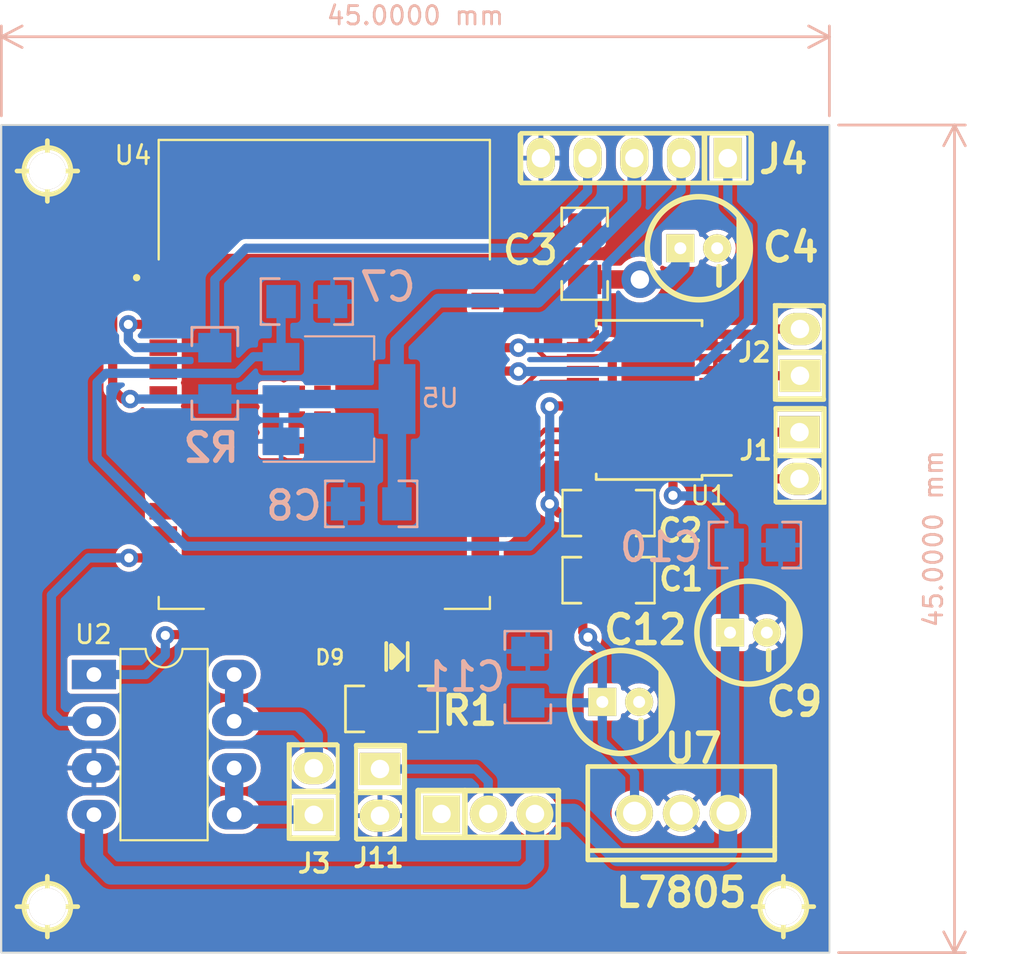
<source format=kicad_pcb>
(kicad_pcb (version 20221018) (generator pcbnew)
  (layers (0 "F.Cu" signal) (31 "B.Cu" signal) (34 "B.Paste" user) (35 "F.Paste" user) (36 "B.SilkS" user "B.Silkscreen") (37 "F.SilkS" user "F.Silkscreen") (38 "B.Mask" user) (39 "F.Mask" user) (44 "Edge.Cuts" user))
  (net 0 "")
  (net 1 "VCC")
  (net 2 "GND")
  (net 3 "+5V")
  (net 4 "+3.3V")
  (net 5 "Net-(J1-Pad1)")
  (net 6 "Net-(J1-Pad2)")
  (net 7 "Net-(J2-Pad1)")
  (net 8 "Net-(J2-Pad2)")
  (net 9 "Net-(J3-Pad1)")
  (net 10 "Net-(J3-Pad2)")
  (net 11 "Net-(SW2-B)")
  (net 12 "/led")
  (net 13 "/buzz")
  (net 14 "/IN2")
  (net 15 "/IN1")
  (net 16 "/IN4")
  (net 17 "/IN3")
  (net 18 "/PWB")
  (net 19 "/PWA")
  (net 20 "/pin_dirB")
  (net 21 "/pin_dirA")
  (net 31 "Net-(D9-K)")
  (net 32 "Net-(D9-A)")
  (net 36 "/tx")
  (net 37 "/rx")
  (net 38 "/en")
  (footprint "EESTN5:TO-220" (layer "F.Cu") (at 161.95 72.42 180)
    (fp_text reference "U7" (at -0.65 3.52) (layer "F.SilkS") (effects (font (size 1.524 1.524) (thickness 0.3048))))
    (fp_text value "L7805" (at 0 -4.318) (layer "F.SilkS") (effects (font (size 1.524 1.524) (thickness 0.3048))))
    (pad "1" thru_hole circle (at -2.54 0 180) (size 2 2) (drill 1.24968) (layers "*.Cu" "*.Mask" "F.SilkS") (net 1 "VCC"))
    (pad "2" thru_hole circle (at 0 0 180) (size 2 2) (drill 1.24968) (layers "*.Cu" "*.Mask" "F.SilkS") (net 2 "GND"))
    (pad "3" thru_hole circle (at 2.54 0 180) (size 2 2) (drill 1.24968) (layers "*.Cu" "*.Mask" "F.SilkS") (net 3 "+5V"))
  )
  (footprint "EESTN5:CAP_ELEC_5x11mm" (layer "F.Cu") (at 165.6 62.6 -90)
    (fp_text reference "C9" (at 3.75 -2.5 -180) (layer "F.SilkS") (effects (font (size 1.524 1.524) (thickness 0.3048))))
    (fp_text value "100uF 25v" hide)
    (pad "1" thru_hole rect (at 0 1 270) (size 1.524 1.524) (drill 0.65) (layers "*.Cu" "*.Mask" "F.SilkS") (net 1 "VCC"))
    (pad "2" thru_hole circle (at 0 -1 270) (size 1.524 1.524) (drill 0.65) (layers "*.Cu" "*.Mask" "F.SilkS") (net 2 "GND"))
  )
  (footprint "EESTN5:Pin_Strip_3" (layer "F.Cu") (at 151.46 72.46)
    (fp_text reference "SW2" hide)
    (fp_text value "SW_SPDT" hide)
    (pad "1" thru_hole rect (at -2.54 0) (size 2 2) (drill 1) (layers "*.Cu" "*.Mask" "F.SilkS"))
    (pad "2" thru_hole oval (at 0 0) (size 2 2) (drill 1) (layers "*.Cu" "*.Mask" "F.SilkS") (net 11 "Net-(SW2-B)"))
    (pad "3" thru_hole oval (at 2.54 0) (size 2 2) (drill 1) (layers "*.Cu" "*.Mask" "F.SilkS") (net 1 "VCC"))
  )
  (footprint "EESTN5:C_1206" (layer "F.Cu") (at 157.997 56.1 180)
    (fp_text reference "C2" (at -3.903 -0.95) (layer "F.SilkS") (effects (font (size 1.2 1.2) (thickness 0.254))))
    (fp_text value "100nF" hide)
    (pad "1" smd rect (at 1.397 0 180) (size 1.6002 1.8034) (layers "F.Cu" "F.Paste" "F.Mask") (net 3 "+5V"))
    (pad "2" smd rect (at -1.397 0 180) (size 1.6002 1.8034) (layers "F.Cu" "F.Paste" "F.Mask") (net 2 "GND"))
  )
  (footprint "EESTN5:Pin_Header_2" (layer "F.Cu") (at 168.6927 52.97 -90)
    (fp_text reference "J1" (at -0.27 2.6927 -180) (layer "F.SilkS") (effects (font (size 1.016 1.016) (thickness 0.2032))))
    (fp_text value "motor izq" hide)
    (pad "1" thru_hole rect (at -1.27 0.3175 270) (size 1.75 2.19964) (drill 1.00076) (layers "*.Cu" "*.Mask" "F.SilkS") (net 5 "Net-(J1-Pad1)"))
    (pad "2" thru_hole oval (at 1.27 0.3175 270) (size 1.75 2.19964) (drill 1.00076) (layers "*.Cu" "*.Mask" "F.SilkS") (net 6 "Net-(J1-Pad2)"))
  )
  (footprint "EESTN5:Pin_Header_2" (layer "F.Cu") (at 168.0825 47.36305 90)
    (fp_text reference "J2" (at 0 -2.159) (layer "F.SilkS") (effects (font (size 1.016 1.016) (thickness 0.2032))))
    (fp_text value "motor der" hide)
    (pad "1" thru_hole rect (at -1.27 0.3175 90) (size 1.75 2.19964) (drill 1.00076) (layers "*.Cu" "*.Mask" "F.SilkS") (net 7 "Net-(J2-Pad1)"))
    (pad "2" thru_hole oval (at 1.27 0.3175 90) (size 1.75 2.19964) (drill 1.00076) (layers "*.Cu" "*.Mask" "F.SilkS") (net 8 "Net-(J2-Pad2)"))
  )
  (footprint "EESTN5:hole_2mm" (layer "F.Cu") (at 127.5 77.5)
    (fp_text reference "hole_2mm" hide)
    (fp_text value "VAL**" hide)
    (pad "1" thru_hole circle (at 0 0) (size 1.99898 1.99898) (drill 1.99898) (layers "*.Cu" "F.SilkS"))
  )
  (footprint "EESTN5:CAP_ELEC_5x11mm" (layer "F.Cu") (at 162.9 41.7 -90)
    (fp_text reference "C4" (at -0.05 -5 -180) (layer "F.SilkS") (effects (font (size 1.524 1.524) (thickness 0.3048))))
    (fp_text value "22uF 25v" hide)
    (pad "1" thru_hole rect (at 0 1 270) (size 1.524 1.524) (drill 0.65) (layers "*.Cu" "*.Mask" "F.SilkS") (net 1 "VCC"))
    (pad "2" thru_hole circle (at 0 -1 270) (size 1.524 1.524) (drill 0.65) (layers "*.Cu" "*.Mask" "F.SilkS") (net 2 "GND"))
  )
  (footprint "EESTN5:hole_2mm" (layer "F.Cu") (at 167.5 77.5)
    (fp_text reference "hole_2mm" hide)
    (fp_text value "VAL**" hide)
    (pad "1" thru_hole circle (at 0 0) (size 1.99898 1.99898) (drill 1.99898) (layers "*.Cu" "F.SilkS"))
  )
  (footprint "Package_SO:SSOP-24_5.3x8.2mm_P0.65mm" (layer "F.Cu") (at 160.203 49.95 180)
    (fp_text reference "U1" (at -3.247 -5.2) (layer "F.SilkS"))
    (fp_text value "TB6612FNG")
    (pad "1" smd rect (at -3.6 -3.575 180) (size 1.75 0.45) (layers "F.Cu" "F.Paste" "F.Mask") (net 6 "Net-(J1-Pad2)"))
    (pad "2" smd rect (at -3.6 -2.925 180) (size 1.75 0.45) (layers "F.Cu" "F.Paste" "F.Mask") (net 6 "Net-(J1-Pad2)"))
    (pad "3" smd rect (at -3.6 -2.275 180) (size 1.75 0.45) (layers "F.Cu" "F.Paste" "F.Mask") (net 2 "GND"))
    (pad "4" smd rect (at -3.6 -1.625 180) (size 1.75 0.45) (layers "F.Cu" "F.Paste" "F.Mask") (net 2 "GND"))
    (pad "5" smd rect (at -3.6 -0.975 180) (size 1.75 0.45) (layers "F.Cu" "F.Paste" "F.Mask") (net 5 "Net-(J1-Pad1)"))
    (pad "6" smd rect (at -3.6 -0.325 180) (size 1.75 0.45) (layers "F.Cu" "F.Paste" "F.Mask") (net 5 "Net-(J1-Pad1)"))
    (pad "7" smd rect (at -3.6 0.325 180) (size 1.75 0.45) (layers "F.Cu" "F.Paste" "F.Mask") (net 7 "Net-(J2-Pad1)"))
    (pad "8" smd rect (at -3.6 0.975 180) (size 1.75 0.45) (layers "F.Cu" "F.Paste" "F.Mask") (net 7 "Net-(J2-Pad1)"))
    (pad "9" smd rect (at -3.6 1.625 180) (size 1.75 0.45) (layers "F.Cu" "F.Paste" "F.Mask") (net 2 "GND"))
    (pad "10" smd rect (at -3.6 2.275 180) (size 1.75 0.45) (layers "F.Cu" "F.Paste" "F.Mask") (net 2 "GND"))
    (pad "11" smd rect (at -3.6 2.925 180) (size 1.75 0.45) (layers "F.Cu" "F.Paste" "F.Mask") (net 8 "Net-(J2-Pad2)"))
    (pad "12" smd rect (at -3.6 3.575 180) (size 1.75 0.45) (layers "F.Cu" "F.Paste" "F.Mask") (net 8 "Net-(J2-Pad2)"))
    (pad "13" smd rect (at 3.6 3.575 180) (size 1.75 0.45) (layers "F.Cu" "F.Paste" "F.Mask") (net 1 "VCC"))
    (pad "14" smd rect (at 3.6 2.925 180) (size 1.75 0.45) (layers "F.Cu" "F.Paste" "F.Mask") (net 1 "VCC"))
    (pad "15" smd rect (at 3.6 2.275 180) (size 1.75 0.45) (layers "F.Cu" "F.Paste" "F.Mask") (net 18 "/PWB"))
    (pad "16" smd rect (at 3.6 1.625 180) (size 1.75 0.45) (layers "F.Cu" "F.Paste" "F.Mask") (net 16 "/IN4"))
    (pad "17" smd rect (at 3.6 0.975 180) (size 1.75 0.45) (layers "F.Cu" "F.Paste" "F.Mask") (net 17 "/IN3"))
    (pad "18" smd rect (at 3.6 0.325 180) (size 1.75 0.45) (layers "F.Cu" "F.Paste" "F.Mask") (net 2 "GND"))
    (pad "19" smd rect (at 3.6 -0.325 180) (size 1.75 0.45) (layers "F.Cu" "F.Paste" "F.Mask") (net 3 "+5V"))
    (pad "20" smd rect (at 3.6 -0.975 180) (size 1.75 0.45) (layers "F.Cu" "F.Paste" "F.Mask") (net 3 "+5V"))
    (pad "21" smd rect (at 3.6 -1.625 180) (size 1.75 0.45) (layers "F.Cu" "F.Paste" "F.Mask") (net 15 "/IN1"))
    (pad "22" smd rect (at 3.6 -2.275 180) (size 1.75 0.45) (layers "F.Cu" "F.Paste" "F.Mask") (net 14 "/IN2"))
    (pad "23" smd rect (at 3.6 -2.925 180) (size 1.75 0.45) (layers "F.Cu" "F.Paste" "F.Mask") (net 19 "/PWA"))
    (pad "24" smd rect (at 3.6 -3.575 180) (size 1.75 0.45) (layers "F.Cu" "F.Paste" "F.Mask") (net 1 "VCC"))
  )
  (footprint "EESTN5:C_1206" (layer "F.Cu") (at 157.997 59.75 180)
    (fp_text reference "C1" (at -3.953 0.05) (layer "F.SilkS") (effects (font (size 1.2 1.2) (thickness 0.254))))
    (fp_text value "10uF" hide)
    (pad "1" smd rect (at 1.397 0 180) (size 1.6002 1.8034) (layers "F.Cu" "F.Paste" "F.Mask") (net 3 "+5V"))
    (pad "2" smd rect (at -1.397 0 180) (size 1.6002 1.8034) (layers "F.Cu" "F.Paste" "F.Mask") (net 2 "GND"))
  )
  (footprint "EESTN5:Pin_Header_2" (layer "F.Cu") (at 141.66 71.24 90)
    (fp_text reference "J3" (at -3.91 0.34 180) (layer "F.SilkS") (effects (font (size 1.016 1.016) (thickness 0.2032))))
    (fp_text value "motor dir" hide)
    (pad "1" thru_hole rect (at -1.27 0.3175 90) (size 1.75 2.19964) (drill 1.00076) (layers "*.Cu" "*.Mask" "F.SilkS") (net 9 "Net-(J3-Pad1)"))
    (pad "2" thru_hole oval (at 1.27 0.3175 90) (size 1.75 2.19964) (drill 1.00076) (layers "*.Cu" "*.Mask" "F.SilkS") (net 10 "Net-(J3-Pad2)"))
  )
  (footprint "EESTN5:LED_1206" (layer "F.Cu") (at 146.5 63.9)
    (fp_text reference "D9" (at -3.65 0.05) (layer "F.SilkS") (effects (font (size 0.8001 0.8001) (thickness 0.14986))))
    (fp_text value "LED" hide)
    (pad "1" smd rect (at -1.74752 0) (size 1.4986 1.4986) (layers "F.Cu" "F.Paste" "F.Mask") (net 31 "Net-(D9-K)"))
    (pad "2" smd rect (at 1.74752 0) (size 1.4986 1.4986) (layers "F.Cu" "F.Paste" "F.Mask") (net 32 "Net-(D9-A)"))
  )
  (footprint "EESTN5:R_1206" (layer "F.Cu") (at 146.2 66.75 180)
    (fp_text reference "R1" (at -4.25 -0.1) (layer "F.SilkS") (effects (font (size 1.5 1.5) (thickness 0.3))))
    (fp_text value "220" hide)
    (pad "1" smd rect (at 1.397 0 180) (size 1.6002 1.8034) (layers "F.Cu" "F.Paste" "F.Mask") (net 31 "Net-(D9-K)"))
    (pad "2" smd rect (at -1.397 0 180) (size 1.6002 1.8034) (layers "F.Cu" "F.Paste" "F.Mask") (net 2 "GND"))
  )
  (footprint "EESTN5:C_1206" (layer "F.Cu") (at 156.7 42 -90)
    (fp_text reference "C3" (at -0.2 2.95 -180) (layer "F.SilkS") (effects (font (size 1.524 1.524) (thickness 0.254))))
    (fp_text value "10uF" hide)
    (pad "1" smd rect (at 1.397 0 270) (size 1.6002 1.8034) (layers "F.Cu" "F.Paste" "F.Mask") (net 1 "VCC"))
    (pad "2" smd rect (at -1.397 0 270) (size 1.6002 1.8034) (layers "F.Cu" "F.Paste" "F.Mask") (net 2 "GND"))
  )
  (footprint "EESTN5:CAP_ELEC_5x11mm" (layer "F.Cu") (at 158.66 66.37 -90)
    (fp_text reference "C12" (at -3.92 -1.34 -180) (layer "F.SilkS") (effects (font (size 1.524 1.524) (thickness 0.3048))))
    (fp_text value "10uF 16v" hide)
    (pad "1" thru_hole rect (at 0 1 270) (size 1.524 1.524) (drill 0.65) (layers "*.Cu" "*.Mask" "F.SilkS") (net 3 "+5V"))
    (pad "2" thru_hole circle (at 0 -1 270) (size 1.524 1.524) (drill 0.65) (layers "*.Cu" "*.Mask" "F.SilkS") (net 2 "GND"))
  )
  (footprint "EESTN5:Pin_Strip_5" (layer "F.Cu") (at 159.4 36.8 180)
    (fp_text reference "J4" (at -8.1 -0.05) (layer "F.SilkS") (effects (font (size 1.5 1.5) (thickness 0.3))))
    (fp_text value "programmer" hide)
    (pad "1" thru_hole rect (at -5.08 0 180) (size 1.524 2.19964) (drill 1.00076) (layers "*.Cu" "*.Mask" "F.SilkS") (net 37 "/rx"))
    (pad "2" thru_hole oval (at -2.54 0 180) (size 1.524 2.19964) (drill 1.00076) (layers "*.Cu" "*.Mask" "F.SilkS") (net 36 "/tx"))
    (pad "3" thru_hole oval (at 0 0 180) (size 1.524 2.19964) (drill 1.00076) (layers "*.Cu" "*.Mask" "F.SilkS") (net 4 "+3.3V"))
    (pad "4" thru_hole oval (at 2.54 0 180) (size 1.524 2.19964) (drill 1.00076) (layers "*.Cu" "*.Mask" "F.SilkS") (net 38 "/en"))
    (pad "5" thru_hole oval (at 5.08 0 180) (size 1.524 2.19964) (drill 1.00076) (layers "*.Cu" "*.Mask" "F.SilkS") (net 2 "GND"))
  )
  (footprint "EESTN5:DIP-8" (layer "F.Cu") (at 130.03 64.88)
    (fp_text reference "U2" (at -0.03 -2.18) (layer "F.SilkS"))
    (fp_text value "TA6586" hide)
    (pad "1" thru_hole rect (at 0 0) (size 2.4 1.6) (drill 0.8) (layers "*.Cu" "*.Mask") (net 20 "/pin_dirB"))
    (pad "2" thru_hole oval (at 0 2.54) (size 2.4 1.6) (drill 0.8) (layers "*.Cu" "*.Mask") (net 21 "/pin_dirA"))
    (pad "3" thru_hole oval (at 0 5.08) (size 2.4 1.6) (drill 0.8) (layers "*.Cu" "*.Mask") (net 2 "GND"))
    (pad "4" thru_hole oval (at 0 7.62) (size 2.4 1.6) (drill 0.8) (layers "*.Cu" "*.Mask") (net 1 "VCC"))
    (pad "5" thru_hole oval (at 7.62 7.62) (size 2.4 1.6) (drill 0.8) (layers "*.Cu" "*.Mask") (net 9 "Net-(J3-Pad1)"))
    (pad "6" thru_hole oval (at 7.62 5.08) (size 2.4 1.6) (drill 0.8) (layers "*.Cu" "*.Mask") (net 9 "Net-(J3-Pad1)"))
    (pad "7" thru_hole oval (at 7.62 2.54) (size 2.4 1.6) (drill 0.8) (layers "*.Cu" "*.Mask") (net 10 "Net-(J3-Pad2)"))
    (pad "8" thru_hole oval (at 7.62 0) (size 2.4 1.6) (drill 0.8) (layers "*.Cu" "*.Mask") (net 10 "Net-(J3-Pad2)"))
  )
  (footprint "EESTN5:Pin_Header_2" (layer "F.Cu") (at 145.8927 71.28695 -90)
    (fp_text reference "J11" (at 3.56305 0.3927 -180) (layer "F.SilkS") (effects (font (size 1.016 1.016) (thickness 0.2032))))
    (fp_text value "batt" hide)
    (pad "1" thru_hole rect (at -1.27 0.3175 270) (size 1.75 2.19964) (drill 1.00076) (layers "*.Cu" "*.Mask" "F.SilkS") (net 11 "Net-(SW2-B)"))
    (pad "2" thru_hole oval (at 1.27 0.3175 270) (size 1.75 2.19964) (drill 1.00076) (layers "*.Cu" "*.Mask" "F.SilkS") (net 2 "GND"))
  )
  (footprint "EESTN5:hole_2mm" (layer "F.Cu") (at 127.5 37.5)
    (fp_text reference "hole_2mm" hide)
    (fp_text value "VAL**" hide)
    (pad "1" thru_hole circle (at 0 0) (size 1.99898 1.99898) (drill 1.99898) (layers "*.Cu" "F.SilkS"))
  )
  (footprint "esp32e:XCVR_ESP32-WROOM-32E__16MB_" (layer "F.Cu") (at 142.55 48.56)
    (fp_text reference "U4" (at -10.4 -11.91) (layer "F.SilkS"))
    (fp_text value "ESP32-WROOM-E")
    (pad "1" smd rect (at -8.75 -5.26) (size 1.5 0.9) (layers "F.Cu" "F.Paste" "F.Mask") (net 2 "GND"))
    (pad "2" smd rect (at -8.75 -3.99) (size 1.5 0.9) (layers "F.Cu" "F.Paste" "F.Mask") (net 4 "+3.3V"))
    (pad "3" smd rect (at -8.75 -2.72) (size 1.5 0.9) (layers "F.Cu" "F.Paste" "F.Mask") (net 38 "/en"))
    (pad "4" smd rect (at -8.75 -1.45) (size 1.5 0.9) (layers "F.Cu" "F.Paste" "F.Mask"))
    (pad "5" smd rect (at -8.75 -0.18) (size 1.5 0.9) (layers "F.Cu" "F.Paste" "F.Mask"))
    (pad "6" smd rect (at -8.75 1.09) (size 1.5 0.9) (layers "F.Cu" "F.Paste" "F.Mask"))
    (pad "7" smd rect (at -8.75 2.36) (size 1.5 0.9) (layers "F.Cu" "F.Paste" "F.Mask"))
    (pad "8" smd rect (at -8.75 3.63) (size 1.5 0.9) (layers "F.Cu" "F.Paste" "F.Mask"))
    (pad "9" smd rect (at -8.75 4.9) (size 1.5 0.9) (layers "F.Cu" "F.Paste" "F.Mask") (net 12 "/led"))
    (pad "10" smd rect (at -8.75 6.17) (size 1.5 0.9) (layers "F.Cu" "F.Paste" "F.Mask") (net 13 "/buzz"))
    (pad "11" smd rect (at -8.75 7.44) (size 1.5 0.9) (layers "F.Cu" "F.Paste" "F.Mask"))
    (pad "12" smd rect (at -8.75 8.71) (size 1.5 0.9) (layers "F.Cu" "F.Paste" "F.Mask"))
    (pad "13" smd rect (at -8.75 9.98) (size 1.5 0.9) (layers "F.Cu" "F.Paste" "F.Mask") (net 21 "/pin_dirA"))
    (pad "14" smd rect (at -8.75 11.25) (size 1.5 0.9) (layers "F.Cu" "F.Paste" "F.Mask"))
    (pad "15" smd rect (at -5.715 12.5) (size 0.9 1.5) (layers "F.Cu" "F.Paste" "F.Mask") (net 2 "GND"))
    (pad "16" smd rect (at -4.445 12.5) (size 0.9 1.5) (layers "F.Cu" "F.Paste" "F.Mask") (net 20 "/pin_dirB"))
    (pad "17" smd rect (at -3.175 12.5) (size 0.9 1.5) (layers "F.Cu" "F.Paste" "F.Mask"))
    (pad "18" smd rect (at -1.905 12.5) (size 0.9 1.5) (layers "F.Cu" "F.Paste" "F.Mask"))
    (pad "19" smd rect (at -0.635 12.5) (size 0.9 1.5) (layers "F.Cu" "F.Paste" "F.Mask"))
    (pad "20" smd rect (at 0.635 12.5) (size 0.9 1.5) (layers "F.Cu" "F.Paste" "F.Mask"))
    (pad "21" smd rect (at 1.905 12.5) (size 0.9 1.5) (layers "F.Cu" "F.Paste" "F.Mask"))
    (pad "22" smd rect (at 3.175 12.5) (size 0.9 1.5) (layers "F.Cu" "F.Paste" "F.Mask"))
    (pad "23" smd rect (at 4.445 12.5) (size 0.9 1.5) (layers "F.Cu" "F.Paste" "F.Mask"))
    (pad "24" smd rect (at 5.715 12.5) (size 0.9 1.5) (layers "F.Cu" "F.Paste" "F.Mask") (net 32 "Net-(D9-A)"))
    (pad "25" smd rect (at 8.75 11.25) (size 1.5 0.9) (layers "F.Cu" "F.Paste" "F.Mask") (net 2 "GND"))
    (pad "26" smd rect (at 8.75 9.98) (size 1.5 0.9) (layers "F.Cu" "F.Paste" "F.Mask"))
    (pad "27" smd rect (at 8.75 8.71) (size 1.5 0.9) (layers "F.Cu" "F.Paste" "F.Mask") (net 19 "/PWA"))
    (pad "28" smd rect (at 8.75 7.44) (size 1.5 0.9) (layers "F.Cu" "F.Paste" "F.Mask") (net 14 "/IN2"))
    (pad "29" smd rect (at 8.75 6.17) (size 1.5 0.9) (layers "F.Cu" "F.Paste" "F.Mask"))
    (pad "30" smd rect (at 8.75 4.9) (size 1.5 0.9) (layers "F.Cu" "F.Paste" "F.Mask") (net 15 "/IN1"))
    (pad "31" smd rect (at 8.75 3.63) (size 1.5 0.9) (layers "F.Cu" "F.Paste" "F.Mask") (net 17 "/IN3"))
    (pad "32" smd rect (at 8.75 2.36) (size 1.5 0.9) (layers "F.Cu" "F.Paste" "F.Mask"))
    (pad "33" smd rect (at 8.75 1.09) (size 1.5 0.9) (layers "F.Cu" "F.Paste" "F.Mask") (net 16 "/IN4"))
    (pad "34" smd rect (at 8.75 -0.18) (size 1.5 0.9) (layers "F.Cu" "F.Paste" "F.Mask") (net 37 "/rx"))
    (pad "35" smd rect (at 8.75 -1.45) (size 1.5 0.9) (layers "F.Cu" "F.Paste" "F.Mask") (net 36 "/tx"))
    (pad "36" smd rect (at 8.75 -2.72) (size 1.5 0.9) (layers "F.Cu" "F.Paste" "F.Mask") (net 18 "/PWB"))
    (pad "37" smd rect (at 8.75 -3.99) (size 1.5 0.9) (layers "F.Cu" "F.Paste" "F.Mask"))
    (pad "38" smd rect (at 8.75 -5.26) (size 1.5 0.9) (layers "F.Cu" "F.Paste" "F.Mask") (net 2 "GND"))
    (pad "39_1" smd rect (at -2.9 1.06) (size 0.9 0.9) (layers "F.Cu" "F.Paste" "F.Mask"))
    (pad "39_2" smd rect (at -1.5 1.06) (size 0.9 0.9) (layers "F.Cu" "F.Paste" "F.Mask"))
    (pad "39_3" smd rect (at -0.1 1.06) (size 0.9 0.9) (layers "F.Cu" "F.Paste" "F.Mask"))
    (pad "39_4" smd rect (at -2.9 2.46) (size 0.9 0.9) (layers "F.Cu" "F.Paste" "F.Mask"))
    (pad "39_5" smd rect (at -1.5 2.46) (size 0.9 0.9) (layers "F.Cu" "F.Paste" "F.Mask"))
    (pad "39_6" smd rect (at -0.1 2.46) (size 0.9 0.9) (layers "F.Cu" "F.Paste" "F.Mask"))
    (pad "39_7" smd rect (at -2.9 3.86) (size 0.9 0.9) (layers "F.Cu" "F.Paste" "F.Mask"))
    (pad "39_8" smd rect (at -1.5 3.86) (size 0.9 0.9) (layers "F.Cu" "F.Paste" "F.Mask"))
    (pad "39_9" smd rect (at -0.1 3.86) (size 0.9 0.9) (layers "F.Cu" "F.Paste" "F.Mask"))
    (zone (net 0) (net_name "") (layer "F.Cu") (connect_pads (clearance 0)) (min_thickness 0.01)
      (keepout (tracks not_allowed) (vias not_allowed) (pads not_allowed) (copperpour not_allowed) (footprints allowed))
      (fill (thermal_gap 0.508) (thermal_bridge_width 0.508))
      (polygon (pts (xy 133.55 35.81) (xy 151.55 35.81) (xy 151.55 42) (xy 133.55 42)))
    )
  )
  (footprint "Package_TO_SOT_SMD:SOT-223-3_TabPin2" (layer "B.Cu") (at 143.35 49.9)
    (fp_text reference "U5" (at 5.5 -0.05) (layer "B.SilkS") (effects (justify mirror)))
    (fp_text value "AMS1117-3.3")
    (pad "1" smd rect (at -3.15 2.3) (size 2 1.5) (layers "B.Cu" "B.Paste" "B.Mask") (net 2 "GND"))
    (pad "2" smd rect (at -3.15 0) (size 2 1.5) (layers "B.Cu" "B.Paste" "B.Mask") (net 4 "+3.3V"))
    (pad "2" smd rect (at 3.15 0) (size 2 3.8) (layers "B.Cu" "B.Paste" "B.Mask") (net 4 "+3.3V"))
    (pad "3" smd rect (at -3.15 -2.3) (size 2 1.5) (layers "B.Cu" "B.Paste" "B.Mask") (net 3 "+5V"))
  )
  (footprint "EESTN5:R_1206" (layer "B.Cu") (at 136.6 48.503 -90)
    (fp_text reference "R2" (at 4.047 0.2 -180) (layer "B.SilkS") (effects (font (size 1.5 1.5) (thickness 0.3)) (justify mirror)))
    (fp_text value "10k" hide)
    (pad "1" smd rect (at 1.397 0 270) (size 1.6002 1.8034) (layers "B.Cu" "B.Paste" "B.Mask") (net 4 "+3.3V"))
    (pad "2" smd rect (at -1.397 0 270) (size 1.6002 1.8034) (layers "B.Cu" "B.Paste" "B.Mask") (net 38 "/en"))
  )
  (footprint "EESTN5:C_1206" (layer "B.Cu") (at 145.1 55.6)
    (fp_text reference "C8" (at -4.2 0.1) (layer "B.SilkS") (effects (font (size 1.524 1.524) (thickness 0.254)) (justify mirror)))
    (fp_text value "22uF" hide)
    (pad "1" smd rect (at 1.397 0) (size 1.6002 1.8034) (layers "B.Cu" "B.Paste" "B.Mask") (net 4 "+3.3V"))
    (pad "2" smd rect (at -1.397 0) (size 1.6002 1.8034) (layers "B.Cu" "B.Paste" "B.Mask") (net 2 "GND"))
  )
  (footprint "EESTN5:C_1206" (layer "B.Cu") (at 141.6 44.6 180)
    (fp_text reference "C7" (at -4.4 0.8) (layer "B.SilkS") (effects (font (size 1.524 1.524) (thickness 0.254)) (justify mirror)))
    (fp_text value "10uF" hide)
    (pad "1" smd rect (at 1.397 0 180) (size 1.6002 1.8034) (layers "B.Cu" "B.Paste" "B.Mask") (net 3 "+5V"))
    (pad "2" smd rect (at -1.397 0 180) (size 1.6002 1.8034) (layers "B.Cu" "B.Paste" "B.Mask") (net 2 "GND"))
  )
  (footprint "EESTN5:C_1206" (layer "B.Cu") (at 153.61 65.02 -90)
    (fp_text reference "C11" (at -0.02 3.46 -180) (layer "B.SilkS") (effects (font (size 1.524 1.524) (thickness 0.254)) (justify mirror)))
    (fp_text value "100nF" hide)
    (pad "1" smd rect (at 1.397 0 270) (size 1.6002 1.8034) (layers "B.Cu" "B.Paste" "B.Mask") (net 3 "+5V"))
    (pad "2" smd rect (at -1.397 0 270) (size 1.6002 1.8034) (layers "B.Cu" "B.Paste" "B.Mask") (net 2 "GND"))
  )
  (footprint "EESTN5:C_1206" (layer "B.Cu") (at 165.95 57.84 180)
    (fp_text reference "C10" (at 5.1 -0.11) (layer "B.SilkS") (effects (font (size 1.524 1.524) (thickness 0.254)) (justify mirror)))
    (fp_text value "100nF" hide)
    (pad "1" smd rect (at 1.397 0 180) (size 1.6002 1.8034) (layers "B.Cu" "B.Paste" "B.Mask") (net 1 "VCC"))
    (pad "2" smd rect (at -1.397 0 180) (size 1.6002 1.8034) (layers "B.Cu" "B.Paste" "B.Mask") (net 2 "GND"))
  )
  (gr_rect (start 125 35) (end 170 80) (stroke (width 0.1)) (fill none) (layer "Edge.Cuts"))
  (dimension (type aligned) (layer "B.SilkS") (pts (xy 170 35) (xy 170 80)) (height -6.8) (gr_text "45.0000 mm" (at 175.65 57.5 90) (layer "B.SilkS") (effects (font (size 1 1) (thickness 0.15)))) (format (prefix "") (suffix "") (units 3) (units_format 1) (precision 4)) (style (thickness 0.15) (arrow_length 1.27) (text_position_mode 0) (extension_height 0.58642) (extension_offset 0.5) keep_text_aligned))
  (dimension (type aligned) (layer "B.SilkS") (pts (xy 125 35) (xy 170 35)) (height -4.8) (gr_text "45.0000 mm" (at 147.5 29.05) (layer "B.SilkS") (effects (font (size 1 1) (thickness 0.15)))) (format (prefix "") (suffix "") (units 3) (units_format 1) (precision 4)) (style (thickness 0.15) (arrow_length 1.27) (text_position_mode 0) (extension_height 0.58642) (extension_offset 0.5) keep_text_aligned))
  (segment (start 158.2 53.3) (end 158.2 47.1) (width 0.5) (layer "F.Cu") (net 1))
  (segment (start 159.7 43.4) (end 159.697 43.397) (width 0.5) (layer "F.Cu") (net 1))
  (segment (start 160.63 53.3) (end 158.2 53.3) (width 0.5) (layer "F.Cu") (net 1))
  (segment (start 156.603 43.494) (end 156.7 43.397) (width 0.5) (layer "F.Cu") (net 1))
  (segment (start 156.603 53.525) (end 157.975 53.525) (width 0.5) (layer "F.Cu") (net 1))
  (segment (start 161.5 55.14) (end 161.5 54.17) (width 0.5) (layer "F.Cu") (net 1))
  (segment (start 158.125 47.025) (end 156.603 47.025) (width 0.5) (layer "F.Cu") (net 1))
  (segment (start 161.5 54.17) (end 160.63 53.3) (width 0.5) (layer "F.Cu") (net 1))
  (segment (start 159.697 43.397) (end 156.7 43.397) (width 1) (layer "F.Cu") (net 1))
  (segment (start 156.603 46.375) (end 156.603 43.494) (width 0.5) (layer "F.Cu") (net 1))
  (segment (start 158.2 47.1) (end 158.125 47.025) (width 0.5) (layer "F.Cu") (net 1))
  (segment (start 156.603 47.025) (end 156.603 46.375) (width 0.5) (layer "F.Cu") (net 1))
  (segment (start 157.975 53.525) (end 158.2 53.3) (width 0.5) (layer "F.Cu") (net 1))
  (via (at 159.7 43.4) (size 2) (drill 1) (layers "F.Cu" "B.Cu") (net 1))
  (via (at 161.5 55.14) (size 1) (drill 0.5) (layers "F.Cu" "B.Cu") (net 1))
  (segment (start 164.553 57.84) (end 164.553 56.223) (width 0.5) (layer "B.Cu") (net 1))
  (segment (start 156.1 72.41) (end 158.49 74.8) (width 1) (layer "B.Cu") (net 1))
  (segment (start 161.9 42.7) (end 161.9 41.7) (width 1) (layer "B.Cu") (net 1))
  (segment (start 159.7 43.4) (end 161.2 43.4) (width 1) (layer "B.Cu") (net 1))
  (segment (start 158.49 74.8) (end 164.22 74.8) (width 1) (layer "B.Cu") (net 1))
  (segment (start 154.05 72.41) (end 156.1 72.41) (width 1) (layer "B.Cu") (net 1))
  (segment (start 161.51 55.17) (end 161.54 55.17) (width 0.5) (layer "B.Cu") (net 1))
  (segment (start 161.5 55.14) (end 161.51 55.17) (width 0.5) (layer "B.Cu") (net 1))
  (segment (start 164.6 62.6) (end 164.6 57.887) (width 1) (layer "B.Cu") (net 1))
  (segment (start 161.57 55.17) (end 161.5 55.14) (width 0.5) (layer "B.Cu") (net 1))
  (segment (start 130.95 75.8) (end 153.4 75.8) (width 1) (layer "B.Cu") (net 1))
  (segment (start 164.6 57.887) (end 164.553 57.84) (width 1) (layer "B.Cu") (net 1))
  (segment (start 153.4 75.8) (end 154 75.2) (width 1) (layer "B.Cu") (net 1))
  (segment (start 164.22 74.8) (end 164.49 74.53) (width 1) (layer "B.Cu") (net 1))
  (segment (start 164.6 62.6) (end 164.6 72.31) (width 1) (layer "B.Cu") (net 1))
  (segment (start 164.553 56.223) (end 164.1 55.77) (width 0.5) (layer "B.Cu") (net 1))
  (segment (start 130.03 74.88) (end 130.95 75.8) (width 1) (layer "B.Cu") (net 1))
  (segment (start 164.6 72.31) (end 164.49 72.42) (width 0.5) (layer "B.Cu") (net 1))
  (segment (start 164.49 74.53) (end 164.49 72.42) (width 1) (layer "B.Cu") (net 1))
  (segment (start 154 72.46) (end 154.05 72.41) (width 1) (layer "B.Cu") (net 1))
  (segment (start 161.2 43.4) (end 161.9 42.7) (width 1) (layer "B.Cu") (net 1))
  (segment (start 164.1 55.77) (end 163.5 55.17) (width 0.5) (layer "B.Cu") (net 1))
  (segment (start 130.03 72.5) (end 130.03 74.88) (width 1) (layer "B.Cu") (net 1))
  (segment (start 163.5 55.17) (end 161.57 55.17) (width 0.5) (layer "B.Cu") (net 1))
  (segment (start 154 75.2) (end 154 72.46) (width 1) (layer "B.Cu") (net 1))
  (segment (start 156.6 59.75) (end 156.6 62.57) (width 0.5) (layer "F.Cu") (net 3))
  (segment (start 156.6 56.1) (end 156.6 59.75) (width 0.5) (layer "F.Cu") (net 3))
  (segment (start 156.603 50.275) (end 156.603 50.925) (width 0.5) (layer "F.Cu") (net 3))
  (segment (start 156.603 50.275) (end 154.825 50.275) (width 0.5) (layer "F.Cu") (net 3))
  (segment (start 156.6 62.57) (end 156.88 62.85) (width 0.5) (layer "F.Cu") (net 3))
  (segment (start 154.825 50.275) (end 154.8 50.3) (width 0.5) (layer "F.Cu") (net 3))
  (segment (start 156.6 56.1) (end 155.3 56.1) (width 0.5) (layer "F.Cu") (net 3))
  (segment (start 155.3 56.1) (end 154.8 55.6) (width 0.5) (layer "F.Cu") (net 3))
  (segment (start 154.8 55.6) (end 154.9 55.7) (width 0.5) (layer "F.Cu") (net 3))
  (via (at 156.88 62.85) (size 1) (drill 0.5) (layers "F.Cu" "B.Cu") (net 3))
  (via (at 154.8 50.3) (size 1) (drill 0.5) (layers "F.Cu" "B.Cu") (net 3))
  (via (at 154.8 55.6) (size 1) (drill 0.5) (layers "F.Cu" "B.Cu") (net 3))
  (segment (start 138.7 47.6) (end 137.8 48.5) (width 0.5) (layer "B.Cu") (net 3))
  (segment (start 159.41 70.26) (end 159.41 72.42) (width 0.5) (layer "B.Cu") (net 3))
  (segment (start 157.66 66.37) (end 157.66 63.66) (width 0.5) (layer "B.Cu") (net 3))
  (segment (start 130.2 53.1) (end 135 57.9) (width 0.5) (layer "B.Cu") (net 3))
  (segment (start 157.66 68.51) (end 159.41 70.26) (width 0.5) (layer "B.Cu") (net 3))
  (segment (start 153.7 57.9) (end 154.8 56.8) (width 0.5) (layer "B.Cu") (net 3))
  (segment (start 140.2 47.6) (end 138.7 47.6) (width 0.5) (layer "B.Cu") (net 3))
  (segment (start 157.66 66.37) (end 157.66 68.51) (width 0.5) (layer "B.Cu") (net 3))
  (segment (start 140.2 47.6) (end 140.2 44.603) (width 0.5) (layer "B.Cu") (net 3))
  (segment (start 157.66 63.66) (end 156.88 62.88) (width 0.5) (layer "B.Cu") (net 3))
  (segment (start 157.613 66.417) (end 157.66 66.37) (width 0.5) (layer "B.Cu") (net 3))
  (segment (start 130.7 48.5) (end 130.2 49) (width 0.5) (layer "B.Cu") (net 3))
  (segment (start 156.88 62.88) (end 156.88 62.85) (width 0.5) (layer "B.Cu") (net 3))
  (segment (start 154.8 56.8) (end 154.8 55.6) (width 0.5) (layer "B.Cu") (net 3))
  (segment (start 153.61 66.417) (end 157.613 66.417) (width 0.5) (layer "B.Cu") (net 3))
  (segment (start 154.8 50.3) (end 154.8 55.6) (width 0.5) (layer "B.Cu") (net 3))
  (segment (start 135 57.9) (end 153.7 57.9) (width 0.5) (layer "B.Cu") (net 3))
  (segment (start 158.62 72.4) (end 158.59 72.43) (width 0.5) (layer "B.Cu") (net 3))
  (segment (start 156.85 62.85) (end 156.94 62.94) (width 0.5) (layer "B.Cu") (net 3))
  (segment (start 137.8 48.5) (end 130.7 48.5) (width 0.5) (layer "B.Cu") (net 3))
  (segment (start 156.88 62.85) (end 156.85 62.85) (width 0.5) (layer "B.Cu") (net 3))
  (segment (start 130.2 49) (end 130.2 53.1) (width 0.5) (layer "B.Cu") (net 3))
  (segment (start 140.2 44.603) (end 140.203 44.6) (width 0.5) (layer "B.Cu") (net 3))
  (segment (start 131.05 45.25) (end 131.73 44.57) (width 0.5) (layer "F.Cu") (net 4))
  (segment (start 131.73 44.57) (end 133.8 44.57) (width 0.5) (layer "F.Cu") (net 4))
  (segment (start 132 49.9) (end 131.6 49.9) (width 0.5) (layer "F.Cu") (net 4))
  (segment (start 131.6 49.9) (end 131.05 49.35) (width 0.5) (layer "F.Cu") (net 4))
  (segment (start 131.05 49.35) (end 131.05 45.25) (width 0.5) (layer "F.Cu") (net 4))
  (via (at 132 49.9) (size 1) (drill 0.5) (layers "F.Cu" "B.Cu") (net 4))
  (segment (start 136.6 49.9) (end 140.2 49.9) (width 0.5) (layer "B.Cu") (net 4))
  (segment (start 148.75 44.55) (end 154.15 44.55) (width 0.75) (layer "B.Cu") (net 4))
  (segment (start 154.15 44.55) (end 159.4 39.3) (width 0.75) (layer "B.Cu") (net 4))
  (segment (start 146.497 55.6) (end 146.497 49.903) (width 1) (layer "B.Cu") (net 4))
  (segment (start 146.5 46.8) (end 148.75 44.55) (width 0.75) (layer "B.Cu") (net 4))
  (segment (start 146.5 49.9) (end 146.5 46.8) (width 0.75) (layer "B.Cu") (net 4))
  (segment (start 146.497 49.903) (end 146.5 49.9) (width 1) (layer "B.Cu") (net 4))
  (segment (start 140.2 49.9) (end 146.5 49.9) (width 1) (layer "B.Cu") (net 4))
  (segment (start 132 49.9) (end 136.6 49.9) (width 0.5) (layer "B.Cu") (net 4))
  (segment (start 159.4 39.3) (end 159.4 36.8) (width 0.75) (layer "B.Cu") (net 4))
  (segment (start 163.803 50.925) (end 165.225 50.925) (width 0.5) (layer "F.Cu") (net 5))
  (segment (start 166 51.7) (end 168.3752 51.7) (width 0.5) (layer "F.Cu") (net 5))
  (segment (start 165.225 50.925) (end 166 51.7) (width 0.5) (layer "F.Cu") (net 5))
  (segment (start 163.803 50.925) (end 163.803 50.275) (width 0.4) (layer "F.Cu") (net 5))
  (segment (start 163.803 53.525) (end 165.225 53.525) (width 0.5) (layer "F.Cu") (net 6))
  (segment (start 165.94 54.24) (end 168.3752 54.24) (width 0.5) (layer "F.Cu") (net 6))
  (segment (start 165.225 53.525) (end 165.94 54.24) (width 0.5) (layer "F.Cu") (net 6))
  (segment (start 163.803 52.875) (end 163.803 53.525) (width 0.5) (layer "F.Cu") (net 6))
  (segment (start 163.803 48.975) (end 165.725 48.975) (width 0.5) (layer "F.Cu") (net 7))
  (segment (start 165.725 48.975) (end 166.06695 48.63305) (width 0.5) (layer "F.Cu") (net 7))
  (segment (start 166.06695 48.63305) (end 168.4 48.63305) (width 0.5) (layer "F.Cu") (net 7))
  (segment (start 163.803 48.975) (end 163.803 49.625) (width 0.4) (layer "F.Cu") (net 7))
  (segment (start 166.3 46.4) (end 166.60695 46.09305) (width 0.5) (layer "F.Cu") (net 8))
  (segment (start 166.60695 46.09305) (end 168.4 46.09305) (width 0.5) (layer "F.Cu") (net 8))
  (segment (start 163.803 46.375) (end 166.275 46.375) (width 0.5) (layer "F.Cu") (net 8))
  (segment (start 163.803 47.025) (end 163.803 46.375) (width 0.25) (layer "F.Cu") (net 8))
  (segment (start 166.275 46.375) (end 166.3 46.4) (width 0.5) (layer "F.Cu") (net 8))
  (segment (start 137.65 72.5) (end 137.65 69.96) (width 1) (layer "B.Cu") (net 9))
  (segment (start 137.65 72.5) (end 141.9675 72.5) (width 1) (layer "B.Cu") (net 9))
  (segment (start 141.9675 72.5) (end 141.9775 72.51) (width 0.5) (layer "B.Cu") (net 9))
  (segment (start 137.65 67.42) (end 141.17 67.42) (width 1) (layer "B.Cu") (net 10))
  (segment (start 141.9775 68.2275) (end 141.9775 69.97) (width 1) (layer "B.Cu") (net 10))
  (segment (start 141.9675 69.96) (end 141.9775 69.97) (width 0.5) (layer "B.Cu") (net 10))
  (segment (start 137.65 64.88) (end 137.65 67.42) (width 1) (layer "B.Cu") (net 10))
  (segment (start 141.17 67.42) (end 141.9775 68.2275) (width 1) (layer "B.Cu") (net 10))
  (segment (start 150.78695 70.01695) (end 145.5752 70.01695) (width 0.5) (layer "B.Cu") (net 11))
  (segment (start 151.46 70.69) (end 150.78695 70.01695) (width 0.5) (layer "B.Cu") (net 11))
  (segment (start 151.46 72.46) (end 151.46 70.69) (width 0.5) (layer "B.Cu") (net 11))
  (segment (start 154.511396 52.225) (end 156.603 52.225) (width 0.25) (layer "F.Cu") (net 14))
  (segment (start 153.2 53.536396) (end 154.511396 52.225) (width 0.25) (layer "F.Cu") (net 14))
  (segment (start 152.9 56) (end 153.2 55.7) (width 0.25) (layer "F.Cu") (net 14))
  (segment (start 151.3 56) (end 152.9 56) (width 0.25) (layer "F.Cu") (net 14))
  (segment (start 153.2 55.7) (end 153.2 53.536396) (width 0.25) (layer "F.Cu") (net 14))
  (segment (start 154.525 51.575) (end 156.603 51.575) (width 0.25) (layer "F.Cu") (net 15))
  (segment (start 152.64 53.46) (end 154.525 51.575) (width 0.25) (layer "F.Cu") (net 15))
  (segment (start 151.3 53.46) (end 152.64 53.46) (width 0.25) (layer "F.Cu") (net 15))
  (segment (start 152.95 49.65) (end 154.275 48.325) (width 0.25) (layer "F.Cu") (net 16))
  (segment (start 151.3 49.65) (end 152.95 49.65) (width 0.25) (layer "F.Cu") (net 16))
  (segment (start 154.275 48.325) (end 156.603 48.325) (width 0.25) (layer "F.Cu") (net 16))
  (segment (start 153.8 51.3) (end 153.8 49.5) (width 0.25) (layer "F.Cu") (net 17))
  (segment (start 152.91 52.19) (end 153.8 51.3) (width 0.25) (layer "F.Cu") (net 17))
  (segment (start 154.325 48.975) (end 156.603 48.975) (width 0.25) (layer "F.Cu") (net 17))
  (segment (start 153.8 49.5) (end 154.325 48.975) (width 0.25) (layer "F.Cu") (net 17))
  (segment (start 151.3 52.19) (end 152.91 52.19) (width 0.25) (layer "F.Cu") (net 17))
  (segment (start 154.1 47.2) (end 154.575 47.675) (width 0.25) (layer "F.Cu") (net 18))
  (segment (start 154.1 46.3) (end 154.1 47.2) (width 0.25) (layer "F.Cu") (net 18))
  (segment (start 153.64 45.84) (end 154.1 46.3) (width 0.25) (layer "F.Cu") (net 18))
  (segment (start 151.3 45.84) (end 153.64 45.84) (width 0.25) (layer "F.Cu") (net 18))
  (segment (start 154.575 47.675) (end 156.603 47.675) (width 0.25) (layer "F.Cu") (net 18))
  (segment (start 154.497792 52.875) (end 156.603 52.875) (width 0.25) (layer "F.Cu") (net 19))
  (segment (start 152.43 57.27) (end 153.8 55.9) (width 0.25) (layer "F.Cu") (net 19))
  (segment (start 153.8 53.572792) (end 154.497792 52.875) (width 0.25) (layer "F.Cu") (net 19))
  (segment (start 151.3 57.27) (end 152.43 57.27) (width 0.25) (layer "F.Cu") (net 19))
  (segment (start 153.8 55.9) (end 153.8 53.572792) (width 0.25) (layer "F.Cu") (net 19))
  (segment (start 137.89 62.71) (end 138.105 62.495) (width 0.5) (layer "F.Cu") (net 20))
  (segment (start 138.105 62.495) (end 138.105 61.06) (width 0.5) (layer "F.Cu") (net 20))
  (segment (start 133.91 62.75) (end 133.95 62.71) (width 0.5) (layer "F.Cu") (net 20))
  (segment (start 133.95 62.71) (end 137.89 62.71) (width 0.5) (layer "F.Cu") (net 20))
  (via (at 133.91 62.75) (size 1) (drill 0.5) (layers "F.Cu" "B.Cu") (net 20))
  (segment (start 133.91 63.81) (end 133.91 62.75) (width 0.5) (layer "B.Cu") (net 20))
  (segment (start 130.03 64.88) (end 132.84 64.88) (width 0.5) (layer "B.Cu") (net 20))
  (segment (start 132.84 64.88) (end 133.91 63.81) (width 0.5) (layer "B.Cu") (net 20))
  (segment (start 133.8 58.54) (end 131.93 58.54) (width 0.5) (layer "F.Cu") (net 21))
  (via (at 131.93 58.54) (size 1) (drill 0.5) (layers "F.Cu" "B.Cu") (net 21))
  (segment (start 127.72 66.91) (end 127.72 60.56) (width 0.5) (layer "B.Cu") (net 21))
  (segment (start 127.72 60.56) (end 129.74 58.54) (width 0.5) (layer "B.Cu") (net 21))
  (segment (start 130.03 67.42) (end 128.23 67.42) (width 0.5) (layer "B.Cu") (net 21))
  (segment (start 129.74 58.54) (end 131.93 58.54) (width 0.5) (layer "B.Cu") (net 21))
  (segment (start 128.23 67.42) (end 127.72 66.91) (width 0.5) (layer "B.Cu") (net 21))
  (segment (start 144.75248 66.69948) (end 144.803 66.75) (width 0.5) (layer "F.Cu") (net 31))
  (segment (start 144.75248 63.9) (end 144.75248 66.69948) (width 0.5) (layer "F.Cu") (net 31))
  (segment (start 148.265 61.06) (end 148.265 63.88252) (width 0.5) (layer "F.Cu") (net 32))
  (segment (start 148.265 63.88252) (end 148.24752 63.9) (width 0.5) (layer "F.Cu") (net 32))
  (segment (start 153.1 47.11) (end 152.79 47.11) (width 0.5) (layer "F.Cu") (net 36))
  (segment (start 153.1 47.11) (end 151.3 47.11) (width 0.5) (layer "F.Cu") (net 36))
  (via (at 153.1 47.11) (size 1) (drill 0.5) (layers "F.Cu" "B.Cu") (net 36))
  (segment (start 153.1 47.11) (end 157.09 47.11) (width 0.5) (layer "B.Cu") (net 36))
  (segment (start 157.9 46.3) (end 157.9 42.6) (width 0.5) (layer "B.Cu") (net 36))
  (segment (start 157.9 42.6) (end 161.94 38.56) (width 0.5) (layer "B.Cu") (net 36))
  (segment (start 161.94 38.56) (end 161.94 36.8) (width 0.5) (layer "B.Cu") (net 36))
  (segment (start 157.09 47.11) (end 157.9 46.3) (width 0.5) (layer "B.Cu") (net 36))
  (segment (start 153.08 48.38) (end 151.3 48.38) (width 0.5) (layer "F.Cu") (net 37))
  (segment (start 153.1 48.4) (end 153.08 48.38) (width 0.5) (layer "F.Cu") (net 37))
  (segment (start 153.08 48.38) (end 152.68 48.38) (width 0.5) (layer "F.Cu") (net 37))
  (via (at 153.1 48.4) (size 1) (drill 0.5) (layers "F.Cu" "B.Cu") (net 37))
  (segment (start 153.1 48.4) (end 162.8 48.4) (width 0.5) (layer "B.Cu") (net 37))
  (segment (start 162.8 48.4) (end 165.6 45.6) (width 0.5) (layer "B.Cu") (net 37))
  (segment (start 164.48 39.38) (end 164.48 36.8) (width 0.5) (layer "B.Cu") (net 37))
  (segment (start 165.6 40.5) (end 164.48 39.38) (width 0.5) (layer "B.Cu") (net 37))
  (segment (start 165.6 45.6) (end 165.6 40.5) (width 0.5) (layer "B.Cu") (net 37))
  (segment (start 131.9 45.84) (end 133.8 45.84) (width 0.5) (layer "F.Cu") (net 38))
  (via (at 131.9 45.84) (size 1) (drill 0.5) (layers "F.Cu" "B.Cu") (net 38))
  (segment (start 136.6 47.106) (end 136.6 43.4) (width 0.5) (layer "B.Cu") (net 38))
  (segment (start 131.9 45.84) (end 131.9 46.7) (width 0.5) (layer "B.Cu") (net 38))
  (segment (start 131.9 46.7) (end 132.306 47.106) (width 0.5) (layer "B.Cu") (net 38))
  (segment (start 138.3 41.7) (end 153.75 41.7) (width 0.5) (layer "B.Cu") (net 38))
  (segment (start 153.75 41.7) (end 156.86 38.59) (width 0.5) (layer "B.Cu") (net 38))
  (segment (start 156.86 38.59) (end 156.86 36.8) (width 0.5) (layer "B.Cu") (net 38))
  (segment (start 132.306 47.106) (end 136.6 47.106) (width 0.5) (layer "B.Cu") (net 38))
  (segment (start 136.6 43.4) (end 138.3 41.7) (width 0.5) (layer "B.Cu") (net 38))
  (zone (net 2) (net_name "GND") (layers "F&B.Cu") (connect_pads (clearance 0.25)) (min_thickness 0.25) (fill yes (thermal_gap 0.25) (thermal_bridge_width 0.25))
    (polygon (pts (xy 125 35) (xy 170 35) (xy 170 80) (xy 125 80)))
  )
)
</source>
